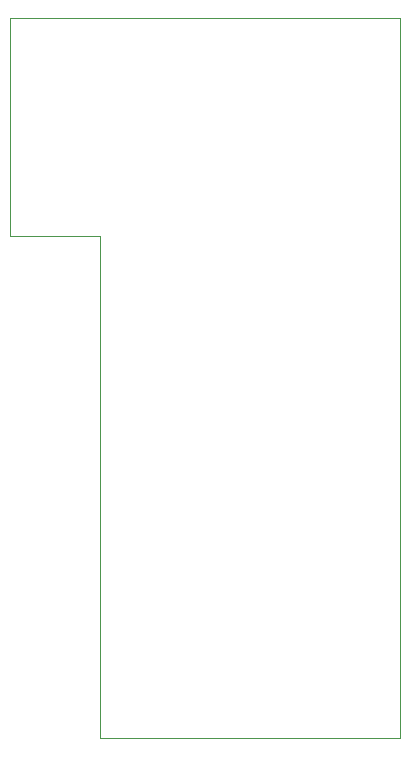
<source format=gm1>
%TF.GenerationSoftware,KiCad,Pcbnew,7.0.6*%
%TF.CreationDate,2023-10-23T11:13:58-04:00*%
%TF.ProjectId,CFL_FeatherDebugShield,43464c5f-4665-4617-9468-657244656275,v01a*%
%TF.SameCoordinates,Original*%
%TF.FileFunction,Profile,NP*%
%FSLAX46Y46*%
G04 Gerber Fmt 4.6, Leading zero omitted, Abs format (unit mm)*
G04 Created by KiCad (PCBNEW 7.0.6) date 2023-10-23 11:13:58*
%MOMM*%
%LPD*%
G01*
G04 APERTURE LIST*
%TA.AperFunction,Profile*%
%ADD10C,0.100000*%
%TD*%
G04 APERTURE END LIST*
D10*
X76200000Y-40640000D02*
X109220000Y-40640000D01*
X83820000Y-59055000D02*
X76200000Y-59055000D01*
X76200000Y-59055000D02*
X76200000Y-40640000D01*
X109220000Y-40640000D02*
X109220000Y-101600000D01*
X109220000Y-101600000D02*
X83820000Y-101600000D01*
X83820000Y-101600000D02*
X83820000Y-59055000D01*
M02*

</source>
